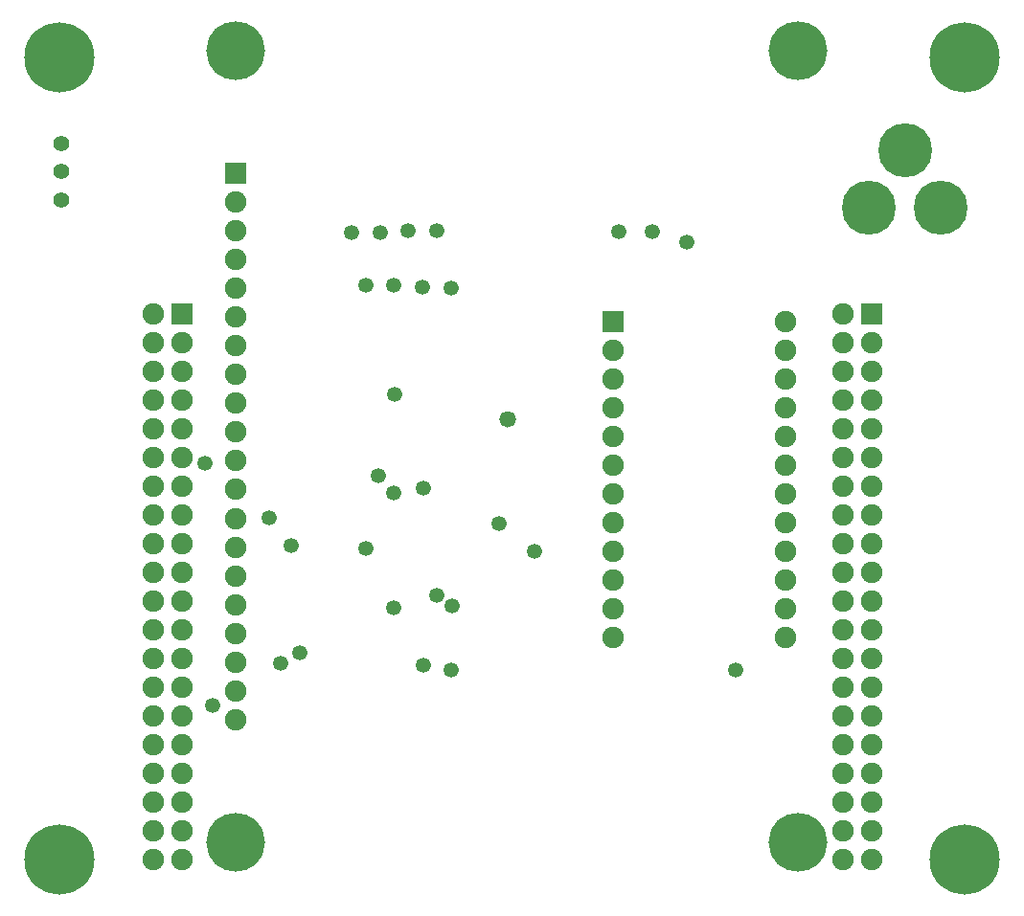
<source format=gbs>
G04*
G04 #@! TF.GenerationSoftware,Altium Limited,Altium Designer,24.2.2 (26)*
G04*
G04 Layer_Color=16711935*
%FSLAX25Y25*%
%MOIN*%
G70*
G04*
G04 #@! TF.SameCoordinates,39AFF50E-F897-457A-A01D-6F320B20273F*
G04*
G04*
G04 #@! TF.FilePolarity,Negative*
G04*
G01*
G75*
%ADD21C,0.05512*%
%ADD22R,0.07480X0.07480*%
%ADD23C,0.07480*%
%ADD24C,0.20472*%
%ADD25C,0.18787*%
%ADD26R,0.07480X0.07480*%
%ADD27C,0.24410*%
%ADD28C,0.05287*%
%ADD29C,0.05787*%
D21*
X20757Y259415D02*
D03*
Y249572D02*
D03*
Y269257D02*
D03*
D22*
X81300Y258695D02*
D03*
X212700Y207200D02*
D03*
D23*
X81300Y248695D02*
D03*
Y238695D02*
D03*
Y228695D02*
D03*
X81300Y218695D02*
D03*
Y208695D02*
D03*
Y198695D02*
D03*
Y188695D02*
D03*
X81299Y178695D02*
D03*
Y168695D02*
D03*
Y158695D02*
D03*
Y148695D02*
D03*
X81299Y138694D02*
D03*
Y128694D02*
D03*
Y118694D02*
D03*
Y108694D02*
D03*
X81299Y98694D02*
D03*
Y88694D02*
D03*
Y78694D02*
D03*
Y68694D02*
D03*
X302500Y190000D02*
D03*
Y200000D02*
D03*
Y170000D02*
D03*
Y180000D02*
D03*
Y120000D02*
D03*
Y130000D02*
D03*
Y110000D02*
D03*
Y150000D02*
D03*
Y160000D02*
D03*
Y140000D02*
D03*
X292500Y170000D02*
D03*
Y180000D02*
D03*
Y160000D02*
D03*
Y200000D02*
D03*
Y210000D02*
D03*
Y190000D02*
D03*
Y120000D02*
D03*
Y130000D02*
D03*
Y110000D02*
D03*
Y150000D02*
D03*
X62500D02*
D03*
X292500Y140000D02*
D03*
X302500Y70000D02*
D03*
Y80000D02*
D03*
Y90000D02*
D03*
Y30000D02*
D03*
Y40000D02*
D03*
Y20000D02*
D03*
Y50000D02*
D03*
Y60000D02*
D03*
Y100000D02*
D03*
X292500Y90000D02*
D03*
Y80000D02*
D03*
Y100000D02*
D03*
Y30000D02*
D03*
Y40000D02*
D03*
Y20000D02*
D03*
Y60000D02*
D03*
Y70000D02*
D03*
Y50000D02*
D03*
X62500Y190000D02*
D03*
Y200000D02*
D03*
Y180000D02*
D03*
Y120000D02*
D03*
Y130000D02*
D03*
Y110000D02*
D03*
Y160000D02*
D03*
Y170000D02*
D03*
Y140000D02*
D03*
X52500Y180000D02*
D03*
Y170000D02*
D03*
Y200000D02*
D03*
Y210000D02*
D03*
Y190000D02*
D03*
Y120000D02*
D03*
Y130000D02*
D03*
Y110000D02*
D03*
Y150000D02*
D03*
Y160000D02*
D03*
Y140000D02*
D03*
X62500Y70000D02*
D03*
Y80000D02*
D03*
Y60000D02*
D03*
Y90000D02*
D03*
Y30000D02*
D03*
Y40000D02*
D03*
Y20000D02*
D03*
Y50000D02*
D03*
Y100000D02*
D03*
X52500Y90000D02*
D03*
Y80000D02*
D03*
Y100000D02*
D03*
Y30000D02*
D03*
Y40000D02*
D03*
Y20000D02*
D03*
Y60000D02*
D03*
Y70000D02*
D03*
Y50000D02*
D03*
X272700Y177200D02*
D03*
Y187200D02*
D03*
Y197200D02*
D03*
Y207200D02*
D03*
Y167200D02*
D03*
Y157200D02*
D03*
Y147200D02*
D03*
Y137200D02*
D03*
Y127200D02*
D03*
Y117200D02*
D03*
Y107200D02*
D03*
Y97200D02*
D03*
X212700Y97200D02*
D03*
Y107200D02*
D03*
Y117200D02*
D03*
Y127200D02*
D03*
Y137200D02*
D03*
Y147200D02*
D03*
Y157200D02*
D03*
Y167200D02*
D03*
Y197200D02*
D03*
Y187200D02*
D03*
Y177200D02*
D03*
D24*
X276969Y301491D02*
D03*
Y25900D02*
D03*
X81300Y301491D02*
D03*
Y25900D02*
D03*
D25*
X301700Y246700D02*
D03*
X314200Y266700D02*
D03*
X326700Y246700D02*
D03*
D26*
X302500Y210000D02*
D03*
X62500D02*
D03*
D27*
X20000Y299213D02*
D03*
X335000D02*
D03*
Y20000D02*
D03*
X20000D02*
D03*
D28*
X156300Y218700D02*
D03*
X151350Y111759D02*
D03*
X130850Y153550D02*
D03*
X97000Y88200D02*
D03*
X146600Y87400D02*
D03*
X156300Y85900D02*
D03*
X73300Y73600D02*
D03*
X156600Y108300D02*
D03*
X92900Y138700D02*
D03*
X100600Y129200D02*
D03*
X103600Y91800D02*
D03*
X214600Y238500D02*
D03*
X226300Y238400D02*
D03*
X238400Y234700D02*
D03*
X70800Y157700D02*
D03*
X136400Y147600D02*
D03*
X146500Y149100D02*
D03*
X172900Y136700D02*
D03*
X255200Y85800D02*
D03*
X185300Y127200D02*
D03*
X136300Y107600D02*
D03*
X126600Y128300D02*
D03*
X136500Y181700D02*
D03*
X146400Y219100D02*
D03*
X136300Y219900D02*
D03*
X126500Y219800D02*
D03*
X121800Y238200D02*
D03*
X131500D02*
D03*
X151200Y238900D02*
D03*
X141300Y238700D02*
D03*
D29*
X176000Y173300D02*
D03*
M02*

</source>
